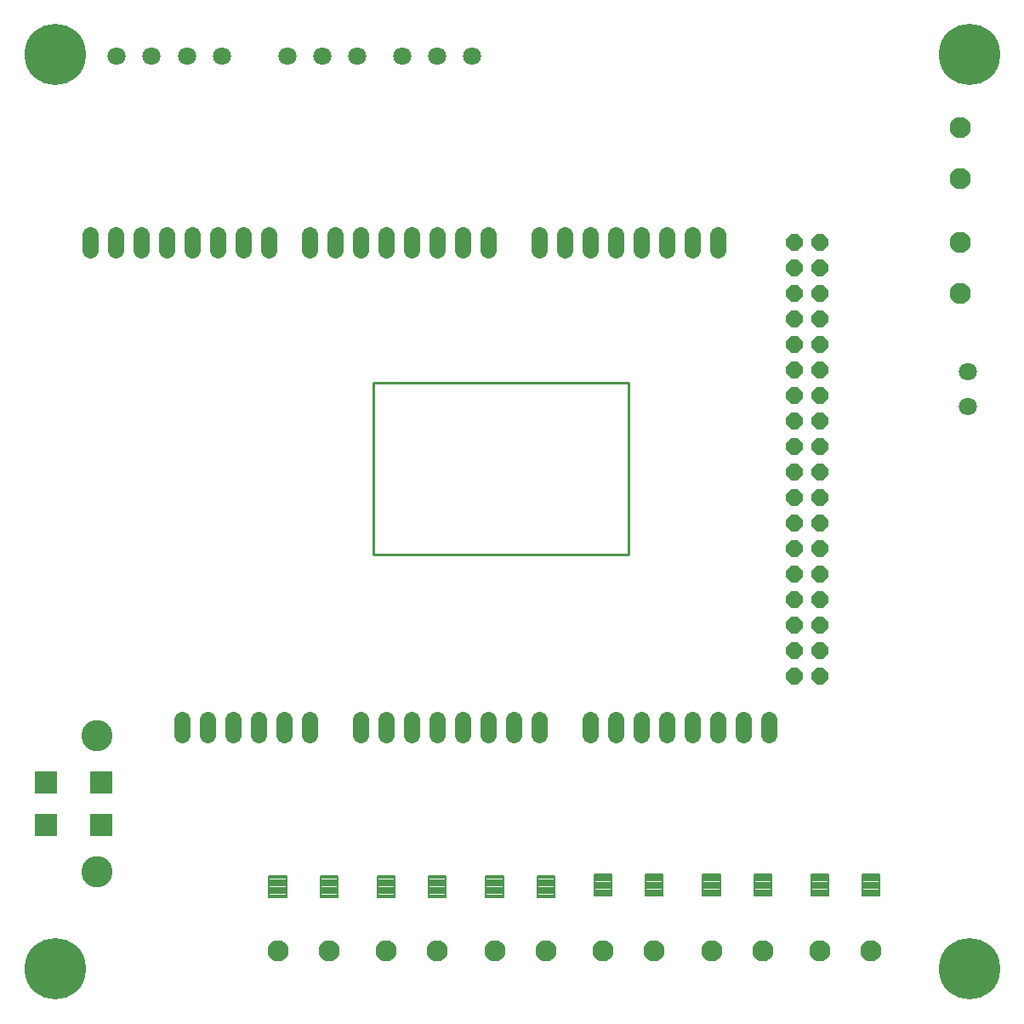
<source format=gbr>
G75*
%MOIN*%
%OFA0B0*%
%FSLAX25Y25*%
%IPPOS*%
%LPD*%
%AMOC8*
5,1,8,0,0,1.08239X$1,22.5*
%
%ADD10C,0.01000*%
%ADD11C,0.06400*%
%ADD12OC8,0.06400*%
%ADD13C,0.00749*%
%ADD14C,0.08274*%
%ADD15R,0.08668X0.08668*%
%ADD16C,0.12211*%
%ADD17C,0.07093*%
%ADD18C,0.24022*%
D10*
X0148000Y0194273D02*
X0148000Y0261773D01*
X0248000Y0261773D01*
X0248000Y0194273D01*
X0148000Y0194273D01*
D11*
X0143000Y0129773D02*
X0143000Y0123773D01*
X0153000Y0123773D02*
X0153000Y0129773D01*
X0163000Y0129773D02*
X0163000Y0123773D01*
X0173000Y0123773D02*
X0173000Y0129773D01*
X0183000Y0129773D02*
X0183000Y0123773D01*
X0193000Y0123773D02*
X0193000Y0129773D01*
X0203000Y0129773D02*
X0203000Y0123773D01*
X0213000Y0123773D02*
X0213000Y0129773D01*
X0233000Y0129773D02*
X0233000Y0123773D01*
X0243000Y0123773D02*
X0243000Y0129773D01*
X0253000Y0129773D02*
X0253000Y0123773D01*
X0263000Y0123773D02*
X0263000Y0129773D01*
X0273000Y0129773D02*
X0273000Y0123773D01*
X0283000Y0123773D02*
X0283000Y0129773D01*
X0293000Y0129773D02*
X0293000Y0123773D01*
X0303000Y0123773D02*
X0303000Y0129773D01*
X0123000Y0129773D02*
X0123000Y0123773D01*
X0113000Y0123773D02*
X0113000Y0129773D01*
X0103000Y0129773D02*
X0103000Y0123773D01*
X0093000Y0123773D02*
X0093000Y0129773D01*
X0083000Y0129773D02*
X0083000Y0123773D01*
X0073000Y0123773D02*
X0073000Y0129773D01*
X0077000Y0313773D02*
X0077000Y0319773D01*
X0067000Y0319773D02*
X0067000Y0313773D01*
X0057000Y0313773D02*
X0057000Y0319773D01*
X0047000Y0319773D02*
X0047000Y0313773D01*
X0037000Y0313773D02*
X0037000Y0319773D01*
X0087000Y0319773D02*
X0087000Y0313773D01*
X0097000Y0313773D02*
X0097000Y0319773D01*
X0107000Y0319773D02*
X0107000Y0313773D01*
X0123000Y0313773D02*
X0123000Y0319773D01*
X0133000Y0319773D02*
X0133000Y0313773D01*
X0143000Y0313773D02*
X0143000Y0319773D01*
X0153000Y0319773D02*
X0153000Y0313773D01*
X0163000Y0313773D02*
X0163000Y0319773D01*
X0173000Y0319773D02*
X0173000Y0313773D01*
X0183000Y0313773D02*
X0183000Y0319773D01*
X0193000Y0319773D02*
X0193000Y0313773D01*
X0213000Y0313773D02*
X0213000Y0319773D01*
X0223000Y0319773D02*
X0223000Y0313773D01*
X0233000Y0313773D02*
X0233000Y0319773D01*
X0243000Y0319773D02*
X0243000Y0313773D01*
X0253000Y0313773D02*
X0253000Y0319773D01*
X0263000Y0319773D02*
X0263000Y0313773D01*
X0273000Y0313773D02*
X0273000Y0319773D01*
X0283000Y0319773D02*
X0283000Y0313773D01*
D12*
X0313000Y0316773D03*
X0323000Y0316773D03*
X0323000Y0306773D03*
X0313000Y0306773D03*
X0313000Y0296773D03*
X0323000Y0296773D03*
X0323000Y0286773D03*
X0313000Y0286773D03*
X0313000Y0276773D03*
X0323000Y0276773D03*
X0323000Y0266773D03*
X0313000Y0266773D03*
X0313000Y0256773D03*
X0323000Y0256773D03*
X0323000Y0246773D03*
X0313000Y0246773D03*
X0313000Y0236773D03*
X0323000Y0236773D03*
X0323000Y0226773D03*
X0313000Y0226773D03*
X0313000Y0216773D03*
X0323000Y0216773D03*
X0323000Y0206773D03*
X0313000Y0206773D03*
X0313000Y0196773D03*
X0323000Y0196773D03*
X0323000Y0186773D03*
X0313000Y0186773D03*
X0313000Y0176773D03*
X0323000Y0176773D03*
X0323000Y0166773D03*
X0313000Y0166773D03*
X0313000Y0156773D03*
X0323000Y0156773D03*
X0323000Y0146773D03*
X0313000Y0146773D03*
D13*
X0319592Y0060617D02*
X0326330Y0060617D01*
X0319592Y0060617D02*
X0319592Y0068929D01*
X0326330Y0068929D01*
X0326330Y0060617D01*
X0326330Y0061365D02*
X0319592Y0061365D01*
X0319592Y0062113D02*
X0326330Y0062113D01*
X0326330Y0062861D02*
X0319592Y0062861D01*
X0319592Y0063609D02*
X0326330Y0063609D01*
X0326330Y0064357D02*
X0319592Y0064357D01*
X0319592Y0065105D02*
X0326330Y0065105D01*
X0326330Y0065853D02*
X0319592Y0065853D01*
X0319592Y0066601D02*
X0326330Y0066601D01*
X0326330Y0067349D02*
X0319592Y0067349D01*
X0319592Y0068097D02*
X0326330Y0068097D01*
X0326330Y0068845D02*
X0319592Y0068845D01*
X0303908Y0060617D02*
X0297170Y0060617D01*
X0297170Y0068929D01*
X0303908Y0068929D01*
X0303908Y0060617D01*
X0303908Y0061365D02*
X0297170Y0061365D01*
X0297170Y0062113D02*
X0303908Y0062113D01*
X0303908Y0062861D02*
X0297170Y0062861D01*
X0297170Y0063609D02*
X0303908Y0063609D01*
X0303908Y0064357D02*
X0297170Y0064357D01*
X0297170Y0065105D02*
X0303908Y0065105D01*
X0303908Y0065853D02*
X0297170Y0065853D01*
X0297170Y0066601D02*
X0303908Y0066601D01*
X0303908Y0067349D02*
X0297170Y0067349D01*
X0297170Y0068097D02*
X0303908Y0068097D01*
X0303908Y0068845D02*
X0297170Y0068845D01*
X0283830Y0060617D02*
X0277092Y0060617D01*
X0277092Y0068929D01*
X0283830Y0068929D01*
X0283830Y0060617D01*
X0283830Y0061365D02*
X0277092Y0061365D01*
X0277092Y0062113D02*
X0283830Y0062113D01*
X0283830Y0062861D02*
X0277092Y0062861D01*
X0277092Y0063609D02*
X0283830Y0063609D01*
X0283830Y0064357D02*
X0277092Y0064357D01*
X0277092Y0065105D02*
X0283830Y0065105D01*
X0283830Y0065853D02*
X0277092Y0065853D01*
X0277092Y0066601D02*
X0283830Y0066601D01*
X0283830Y0067349D02*
X0277092Y0067349D01*
X0277092Y0068097D02*
X0283830Y0068097D01*
X0283830Y0068845D02*
X0277092Y0068845D01*
X0261408Y0060617D02*
X0254670Y0060617D01*
X0254670Y0068929D01*
X0261408Y0068929D01*
X0261408Y0060617D01*
X0261408Y0061365D02*
X0254670Y0061365D01*
X0254670Y0062113D02*
X0261408Y0062113D01*
X0261408Y0062861D02*
X0254670Y0062861D01*
X0254670Y0063609D02*
X0261408Y0063609D01*
X0261408Y0064357D02*
X0254670Y0064357D01*
X0254670Y0065105D02*
X0261408Y0065105D01*
X0261408Y0065853D02*
X0254670Y0065853D01*
X0254670Y0066601D02*
X0261408Y0066601D01*
X0261408Y0067349D02*
X0254670Y0067349D01*
X0254670Y0068097D02*
X0261408Y0068097D01*
X0261408Y0068845D02*
X0254670Y0068845D01*
X0241330Y0060617D02*
X0234592Y0060617D01*
X0234592Y0068929D01*
X0241330Y0068929D01*
X0241330Y0060617D01*
X0241330Y0061365D02*
X0234592Y0061365D01*
X0234592Y0062113D02*
X0241330Y0062113D01*
X0241330Y0062861D02*
X0234592Y0062861D01*
X0234592Y0063609D02*
X0241330Y0063609D01*
X0241330Y0064357D02*
X0234592Y0064357D01*
X0234592Y0065105D02*
X0241330Y0065105D01*
X0241330Y0065853D02*
X0234592Y0065853D01*
X0234592Y0066601D02*
X0241330Y0066601D01*
X0241330Y0067349D02*
X0234592Y0067349D01*
X0234592Y0068097D02*
X0241330Y0068097D01*
X0241330Y0068845D02*
X0234592Y0068845D01*
X0218908Y0060117D02*
X0212170Y0060117D01*
X0212170Y0068429D01*
X0218908Y0068429D01*
X0218908Y0060117D01*
X0218908Y0060865D02*
X0212170Y0060865D01*
X0212170Y0061613D02*
X0218908Y0061613D01*
X0218908Y0062361D02*
X0212170Y0062361D01*
X0212170Y0063109D02*
X0218908Y0063109D01*
X0218908Y0063857D02*
X0212170Y0063857D01*
X0212170Y0064605D02*
X0218908Y0064605D01*
X0218908Y0065353D02*
X0212170Y0065353D01*
X0212170Y0066101D02*
X0218908Y0066101D01*
X0218908Y0066849D02*
X0212170Y0066849D01*
X0212170Y0067597D02*
X0218908Y0067597D01*
X0218908Y0068345D02*
X0212170Y0068345D01*
X0198830Y0060117D02*
X0192092Y0060117D01*
X0192092Y0068429D01*
X0198830Y0068429D01*
X0198830Y0060117D01*
X0198830Y0060865D02*
X0192092Y0060865D01*
X0192092Y0061613D02*
X0198830Y0061613D01*
X0198830Y0062361D02*
X0192092Y0062361D01*
X0192092Y0063109D02*
X0198830Y0063109D01*
X0198830Y0063857D02*
X0192092Y0063857D01*
X0192092Y0064605D02*
X0198830Y0064605D01*
X0198830Y0065353D02*
X0192092Y0065353D01*
X0192092Y0066101D02*
X0198830Y0066101D01*
X0198830Y0066849D02*
X0192092Y0066849D01*
X0192092Y0067597D02*
X0198830Y0067597D01*
X0198830Y0068345D02*
X0192092Y0068345D01*
X0176408Y0060117D02*
X0169670Y0060117D01*
X0169670Y0068429D01*
X0176408Y0068429D01*
X0176408Y0060117D01*
X0176408Y0060865D02*
X0169670Y0060865D01*
X0169670Y0061613D02*
X0176408Y0061613D01*
X0176408Y0062361D02*
X0169670Y0062361D01*
X0169670Y0063109D02*
X0176408Y0063109D01*
X0176408Y0063857D02*
X0169670Y0063857D01*
X0169670Y0064605D02*
X0176408Y0064605D01*
X0176408Y0065353D02*
X0169670Y0065353D01*
X0169670Y0066101D02*
X0176408Y0066101D01*
X0176408Y0066849D02*
X0169670Y0066849D01*
X0169670Y0067597D02*
X0176408Y0067597D01*
X0176408Y0068345D02*
X0169670Y0068345D01*
X0156330Y0060117D02*
X0149592Y0060117D01*
X0149592Y0068429D01*
X0156330Y0068429D01*
X0156330Y0060117D01*
X0156330Y0060865D02*
X0149592Y0060865D01*
X0149592Y0061613D02*
X0156330Y0061613D01*
X0156330Y0062361D02*
X0149592Y0062361D01*
X0149592Y0063109D02*
X0156330Y0063109D01*
X0156330Y0063857D02*
X0149592Y0063857D01*
X0149592Y0064605D02*
X0156330Y0064605D01*
X0156330Y0065353D02*
X0149592Y0065353D01*
X0149592Y0066101D02*
X0156330Y0066101D01*
X0156330Y0066849D02*
X0149592Y0066849D01*
X0149592Y0067597D02*
X0156330Y0067597D01*
X0156330Y0068345D02*
X0149592Y0068345D01*
X0133908Y0060117D02*
X0127170Y0060117D01*
X0127170Y0068429D01*
X0133908Y0068429D01*
X0133908Y0060117D01*
X0133908Y0060865D02*
X0127170Y0060865D01*
X0127170Y0061613D02*
X0133908Y0061613D01*
X0133908Y0062361D02*
X0127170Y0062361D01*
X0127170Y0063109D02*
X0133908Y0063109D01*
X0133908Y0063857D02*
X0127170Y0063857D01*
X0127170Y0064605D02*
X0133908Y0064605D01*
X0133908Y0065353D02*
X0127170Y0065353D01*
X0127170Y0066101D02*
X0133908Y0066101D01*
X0133908Y0066849D02*
X0127170Y0066849D01*
X0127170Y0067597D02*
X0133908Y0067597D01*
X0133908Y0068345D02*
X0127170Y0068345D01*
X0113830Y0060117D02*
X0107092Y0060117D01*
X0107092Y0068429D01*
X0113830Y0068429D01*
X0113830Y0060117D01*
X0113830Y0060865D02*
X0107092Y0060865D01*
X0107092Y0061613D02*
X0113830Y0061613D01*
X0113830Y0062361D02*
X0107092Y0062361D01*
X0107092Y0063109D02*
X0113830Y0063109D01*
X0113830Y0063857D02*
X0107092Y0063857D01*
X0107092Y0064605D02*
X0113830Y0064605D01*
X0113830Y0065353D02*
X0107092Y0065353D01*
X0107092Y0066101D02*
X0113830Y0066101D01*
X0113830Y0066849D02*
X0107092Y0066849D01*
X0107092Y0067597D02*
X0113830Y0067597D01*
X0113830Y0068345D02*
X0107092Y0068345D01*
X0339670Y0060617D02*
X0346408Y0060617D01*
X0339670Y0060617D02*
X0339670Y0068929D01*
X0346408Y0068929D01*
X0346408Y0060617D01*
X0346408Y0061365D02*
X0339670Y0061365D01*
X0339670Y0062113D02*
X0346408Y0062113D01*
X0346408Y0062861D02*
X0339670Y0062861D01*
X0339670Y0063609D02*
X0346408Y0063609D01*
X0346408Y0064357D02*
X0339670Y0064357D01*
X0339670Y0065105D02*
X0346408Y0065105D01*
X0346408Y0065853D02*
X0339670Y0065853D01*
X0339670Y0066601D02*
X0346408Y0066601D01*
X0346408Y0067349D02*
X0339670Y0067349D01*
X0339670Y0068097D02*
X0346408Y0068097D01*
X0346408Y0068845D02*
X0339670Y0068845D01*
D14*
X0343083Y0039174D03*
X0323083Y0039174D03*
X0300583Y0039174D03*
X0280583Y0039174D03*
X0258083Y0039174D03*
X0238083Y0039174D03*
X0215583Y0039174D03*
X0195583Y0039174D03*
X0173083Y0039174D03*
X0153083Y0039174D03*
X0130583Y0039174D03*
X0110583Y0039174D03*
X0378098Y0296856D03*
X0378098Y0316856D03*
X0378098Y0341856D03*
X0378098Y0361856D03*
D15*
X0041327Y0105040D03*
X0041327Y0088505D03*
X0019673Y0088505D03*
X0019673Y0105040D03*
D16*
X0039516Y0123544D03*
X0039516Y0070001D03*
D17*
X0047331Y0389666D03*
X0061110Y0389666D03*
X0074890Y0389666D03*
X0088669Y0389666D03*
X0114220Y0389666D03*
X0128000Y0389666D03*
X0141780Y0389666D03*
X0159220Y0389666D03*
X0173000Y0389666D03*
X0186780Y0389666D03*
X0380894Y0266163D03*
X0380894Y0252383D03*
D18*
X0023217Y0031989D03*
X0381484Y0031989D03*
X0381484Y0390257D03*
X0023217Y0390257D03*
M02*

</source>
